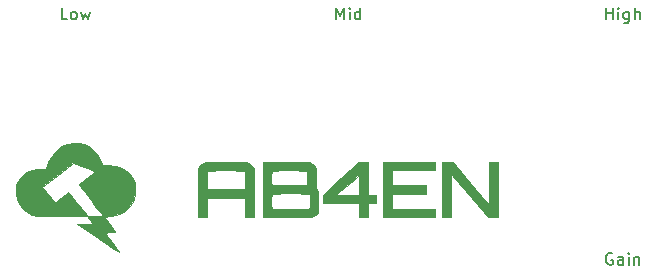
<source format=gbr>
G04 #@! TF.GenerationSoftware,KiCad,Pcbnew,(5.1.6-0-10_14)*
G04 #@! TF.CreationDate,2020-06-02T19:47:16-04:00*
G04 #@! TF.ProjectId,RX EQ Shield - Faceplate,52582045-5120-4536-9869-656c64202d20,rev?*
G04 #@! TF.SameCoordinates,Original*
G04 #@! TF.FileFunction,Legend,Top*
G04 #@! TF.FilePolarity,Positive*
%FSLAX46Y46*%
G04 Gerber Fmt 4.6, Leading zero omitted, Abs format (unit mm)*
G04 Created by KiCad (PCBNEW (5.1.6-0-10_14)) date 2020-06-02 19:47:16*
%MOMM*%
%LPD*%
G01*
G04 APERTURE LIST*
%ADD10C,0.010000*%
%ADD11C,0.150000*%
G04 APERTURE END LIST*
D10*
G36*
X146901360Y-146754405D02*
G01*
X148452111Y-148601255D01*
X148459369Y-146754405D01*
X148466628Y-144907556D01*
X149200000Y-144907556D01*
X149200000Y-149620667D01*
X148769611Y-149620657D01*
X148339222Y-149620646D01*
X146787000Y-147771745D01*
X145234777Y-145922844D01*
X145227519Y-147771755D01*
X145220260Y-149620667D01*
X144486888Y-149620667D01*
X144486888Y-144907556D01*
X145350609Y-144907556D01*
X146901360Y-146754405D01*
G37*
X146901360Y-146754405D02*
X148452111Y-148601255D01*
X148459369Y-146754405D01*
X148466628Y-144907556D01*
X149200000Y-144907556D01*
X149200000Y-149620667D01*
X148769611Y-149620657D01*
X148339222Y-149620646D01*
X146787000Y-147771745D01*
X145234777Y-145922844D01*
X145227519Y-147771755D01*
X145220260Y-149620667D01*
X144486888Y-149620667D01*
X144486888Y-144907556D01*
X145350609Y-144907556D01*
X146901360Y-146754405D01*
G36*
X143823666Y-145627222D02*
G01*
X142024500Y-145634487D01*
X140225333Y-145641751D01*
X140225333Y-146911333D01*
X143132222Y-146911333D01*
X143132222Y-147616889D01*
X140225333Y-147616889D01*
X140225333Y-148886471D01*
X142024500Y-148893735D01*
X143823666Y-148901000D01*
X143831565Y-149260833D01*
X143839464Y-149620667D01*
X139491555Y-149620667D01*
X139491555Y-144907556D01*
X143839464Y-144907556D01*
X143823666Y-145627222D01*
G37*
X143823666Y-145627222D02*
X142024500Y-145634487D01*
X140225333Y-145641751D01*
X140225333Y-146911333D01*
X143132222Y-146911333D01*
X143132222Y-147616889D01*
X140225333Y-147616889D01*
X140225333Y-148886471D01*
X142024500Y-148893735D01*
X143823666Y-148901000D01*
X143831565Y-149260833D01*
X143839464Y-149620667D01*
X139491555Y-149620667D01*
X139491555Y-144907556D01*
X143839464Y-144907556D01*
X143823666Y-145627222D01*
G36*
X138221555Y-147701556D02*
G01*
X138898888Y-147701556D01*
X138898888Y-148435333D01*
X138221555Y-148435333D01*
X138221555Y-149620667D01*
X137459555Y-149620667D01*
X137459555Y-148435333D01*
X134355111Y-148435333D01*
X134355111Y-147709109D01*
X134375527Y-147690695D01*
X135458129Y-147690695D01*
X135482521Y-147693196D01*
X135557128Y-147695493D01*
X135675722Y-147697519D01*
X135832076Y-147699206D01*
X136019959Y-147700487D01*
X136233144Y-147701292D01*
X136452962Y-147701556D01*
X137459555Y-147701556D01*
X137459555Y-146066528D01*
X136464722Y-146873182D01*
X136260080Y-147039142D01*
X136069115Y-147194066D01*
X135896252Y-147334358D01*
X135745920Y-147456423D01*
X135622544Y-147556666D01*
X135530550Y-147631492D01*
X135474366Y-147677306D01*
X135458129Y-147690695D01*
X134375527Y-147690695D01*
X135908247Y-146308332D01*
X137461383Y-144907556D01*
X138221555Y-144907556D01*
X138221555Y-147701556D01*
G37*
X138221555Y-147701556D02*
X138898888Y-147701556D01*
X138898888Y-148435333D01*
X138221555Y-148435333D01*
X138221555Y-149620667D01*
X137459555Y-149620667D01*
X137459555Y-148435333D01*
X134355111Y-148435333D01*
X134355111Y-147709109D01*
X134375527Y-147690695D01*
X135458129Y-147690695D01*
X135482521Y-147693196D01*
X135557128Y-147695493D01*
X135675722Y-147697519D01*
X135832076Y-147699206D01*
X136019959Y-147700487D01*
X136233144Y-147701292D01*
X136452962Y-147701556D01*
X137459555Y-147701556D01*
X137459555Y-146066528D01*
X136464722Y-146873182D01*
X136260080Y-147039142D01*
X136069115Y-147194066D01*
X135896252Y-147334358D01*
X135745920Y-147456423D01*
X135622544Y-147556666D01*
X135530550Y-147631492D01*
X135474366Y-147677306D01*
X135458129Y-147690695D01*
X134375527Y-147690695D01*
X135908247Y-146308332D01*
X137461383Y-144907556D01*
X138221555Y-144907556D01*
X138221555Y-147701556D01*
G36*
X133333472Y-144993860D02*
G01*
X133487286Y-145087215D01*
X133604002Y-145200549D01*
X133698888Y-145349790D01*
X133724214Y-145401444D01*
X133744939Y-145448159D01*
X133760800Y-145493604D01*
X133772449Y-145545878D01*
X133780541Y-145613085D01*
X133785726Y-145703326D01*
X133788659Y-145824702D01*
X133789991Y-145985315D01*
X133790377Y-146193266D01*
X133790390Y-146222733D01*
X133789152Y-146452847D01*
X133785389Y-146650079D01*
X133779328Y-146808690D01*
X133771194Y-146922937D01*
X133761216Y-146987083D01*
X133760116Y-146990547D01*
X133745402Y-147049155D01*
X133754793Y-147097906D01*
X133794507Y-147158687D01*
X133815441Y-147185258D01*
X133864818Y-147250391D01*
X133903823Y-147313749D01*
X133933666Y-147382870D01*
X133955552Y-147465290D01*
X133970688Y-147568549D01*
X133980282Y-147700183D01*
X133985541Y-147867729D01*
X133987672Y-148078726D01*
X133987946Y-148262493D01*
X133987668Y-148484059D01*
X133986626Y-148656943D01*
X133984226Y-148788907D01*
X133979874Y-148887714D01*
X133972976Y-148961125D01*
X133962937Y-149016902D01*
X133949163Y-149062808D01*
X133931059Y-149106605D01*
X133921770Y-149126778D01*
X133830326Y-149289253D01*
X133721431Y-149411253D01*
X133579816Y-149508708D01*
X133531028Y-149534362D01*
X133358317Y-149620667D01*
X129275111Y-149620667D01*
X129275111Y-148175733D01*
X130007002Y-148175733D01*
X130007308Y-148340176D01*
X130010100Y-148498082D01*
X130015378Y-148638963D01*
X130023142Y-148752331D01*
X130033392Y-148827698D01*
X130042755Y-148853022D01*
X130078093Y-148860734D01*
X130163580Y-148867536D01*
X130292928Y-148873428D01*
X130459851Y-148878411D01*
X130658059Y-148882483D01*
X130881267Y-148885646D01*
X131123185Y-148887898D01*
X131377526Y-148889241D01*
X131638002Y-148889674D01*
X131898326Y-148889197D01*
X132152210Y-148887810D01*
X132393366Y-148885513D01*
X132615507Y-148882307D01*
X132812344Y-148878190D01*
X132977591Y-148873164D01*
X133104958Y-148867228D01*
X133188160Y-148860381D01*
X133220577Y-148853022D01*
X133232699Y-148813210D01*
X133242336Y-148727497D01*
X133249487Y-148606369D01*
X133254151Y-148460315D01*
X133256331Y-148299822D01*
X133256024Y-148135379D01*
X133253232Y-147977473D01*
X133247954Y-147836592D01*
X133240190Y-147723224D01*
X133229941Y-147647857D01*
X133220577Y-147622533D01*
X133185240Y-147614821D01*
X133099753Y-147608019D01*
X132970404Y-147602127D01*
X132803482Y-147597145D01*
X132605273Y-147593072D01*
X132382066Y-147589910D01*
X132140148Y-147587657D01*
X131885806Y-147586314D01*
X131625330Y-147585881D01*
X131365006Y-147586358D01*
X131111122Y-147587745D01*
X130869966Y-147590042D01*
X130647825Y-147593249D01*
X130450988Y-147597365D01*
X130285742Y-147602392D01*
X130158374Y-147608328D01*
X130075173Y-147615174D01*
X130042755Y-147622533D01*
X130030633Y-147662345D01*
X130020996Y-147748059D01*
X130013846Y-147869187D01*
X130009181Y-148015241D01*
X130007002Y-148175733D01*
X129275111Y-148175733D01*
X129275111Y-146252353D01*
X130008888Y-146252353D01*
X130009332Y-146442034D01*
X130011108Y-146582993D01*
X130014882Y-146682949D01*
X130021320Y-146749621D01*
X130031090Y-146790728D01*
X130044857Y-146813988D01*
X130058277Y-146824406D01*
X130097435Y-146831020D01*
X130186417Y-146836833D01*
X130318607Y-146841842D01*
X130487391Y-146846045D01*
X130686152Y-146849438D01*
X130908277Y-146852019D01*
X131147149Y-146853785D01*
X131396153Y-146854733D01*
X131648675Y-146854861D01*
X131898100Y-146854164D01*
X132137811Y-146852641D01*
X132361194Y-146850289D01*
X132561633Y-146847104D01*
X132732515Y-146843085D01*
X132867222Y-146838227D01*
X132959140Y-146832529D01*
X133001655Y-146825987D01*
X133002299Y-146825674D01*
X133021214Y-146812219D01*
X133035184Y-146789808D01*
X133044952Y-146750631D01*
X133051262Y-146686882D01*
X133054858Y-146590749D01*
X133056485Y-146454427D01*
X133056887Y-146270105D01*
X133056888Y-146252763D01*
X133055567Y-146039746D01*
X133051450Y-145879187D01*
X133044307Y-145767159D01*
X133033907Y-145699733D01*
X133023022Y-145675200D01*
X132987448Y-145667246D01*
X132901940Y-145660265D01*
X132773003Y-145654257D01*
X132607138Y-145649220D01*
X132410849Y-145645157D01*
X132190638Y-145642066D01*
X131953008Y-145639947D01*
X131704463Y-145638801D01*
X131451504Y-145638627D01*
X131200636Y-145639426D01*
X130958361Y-145641197D01*
X130731181Y-145643941D01*
X130525600Y-145647657D01*
X130348121Y-145652346D01*
X130205246Y-145658007D01*
X130103478Y-145664641D01*
X130049321Y-145672247D01*
X130042755Y-145675200D01*
X130029563Y-145709611D01*
X130019816Y-145785480D01*
X130013283Y-145906734D01*
X130009734Y-146077299D01*
X130008888Y-146252353D01*
X129275111Y-146252353D01*
X129275111Y-144907556D01*
X133160762Y-144907556D01*
X133333472Y-144993860D01*
G37*
X133333472Y-144993860D02*
X133487286Y-145087215D01*
X133604002Y-145200549D01*
X133698888Y-145349790D01*
X133724214Y-145401444D01*
X133744939Y-145448159D01*
X133760800Y-145493604D01*
X133772449Y-145545878D01*
X133780541Y-145613085D01*
X133785726Y-145703326D01*
X133788659Y-145824702D01*
X133789991Y-145985315D01*
X133790377Y-146193266D01*
X133790390Y-146222733D01*
X133789152Y-146452847D01*
X133785389Y-146650079D01*
X133779328Y-146808690D01*
X133771194Y-146922937D01*
X133761216Y-146987083D01*
X133760116Y-146990547D01*
X133745402Y-147049155D01*
X133754793Y-147097906D01*
X133794507Y-147158687D01*
X133815441Y-147185258D01*
X133864818Y-147250391D01*
X133903823Y-147313749D01*
X133933666Y-147382870D01*
X133955552Y-147465290D01*
X133970688Y-147568549D01*
X133980282Y-147700183D01*
X133985541Y-147867729D01*
X133987672Y-148078726D01*
X133987946Y-148262493D01*
X133987668Y-148484059D01*
X133986626Y-148656943D01*
X133984226Y-148788907D01*
X133979874Y-148887714D01*
X133972976Y-148961125D01*
X133962937Y-149016902D01*
X133949163Y-149062808D01*
X133931059Y-149106605D01*
X133921770Y-149126778D01*
X133830326Y-149289253D01*
X133721431Y-149411253D01*
X133579816Y-149508708D01*
X133531028Y-149534362D01*
X133358317Y-149620667D01*
X129275111Y-149620667D01*
X129275111Y-148175733D01*
X130007002Y-148175733D01*
X130007308Y-148340176D01*
X130010100Y-148498082D01*
X130015378Y-148638963D01*
X130023142Y-148752331D01*
X130033392Y-148827698D01*
X130042755Y-148853022D01*
X130078093Y-148860734D01*
X130163580Y-148867536D01*
X130292928Y-148873428D01*
X130459851Y-148878411D01*
X130658059Y-148882483D01*
X130881267Y-148885646D01*
X131123185Y-148887898D01*
X131377526Y-148889241D01*
X131638002Y-148889674D01*
X131898326Y-148889197D01*
X132152210Y-148887810D01*
X132393366Y-148885513D01*
X132615507Y-148882307D01*
X132812344Y-148878190D01*
X132977591Y-148873164D01*
X133104958Y-148867228D01*
X133188160Y-148860381D01*
X133220577Y-148853022D01*
X133232699Y-148813210D01*
X133242336Y-148727497D01*
X133249487Y-148606369D01*
X133254151Y-148460315D01*
X133256331Y-148299822D01*
X133256024Y-148135379D01*
X133253232Y-147977473D01*
X133247954Y-147836592D01*
X133240190Y-147723224D01*
X133229941Y-147647857D01*
X133220577Y-147622533D01*
X133185240Y-147614821D01*
X133099753Y-147608019D01*
X132970404Y-147602127D01*
X132803482Y-147597145D01*
X132605273Y-147593072D01*
X132382066Y-147589910D01*
X132140148Y-147587657D01*
X131885806Y-147586314D01*
X131625330Y-147585881D01*
X131365006Y-147586358D01*
X131111122Y-147587745D01*
X130869966Y-147590042D01*
X130647825Y-147593249D01*
X130450988Y-147597365D01*
X130285742Y-147602392D01*
X130158374Y-147608328D01*
X130075173Y-147615174D01*
X130042755Y-147622533D01*
X130030633Y-147662345D01*
X130020996Y-147748059D01*
X130013846Y-147869187D01*
X130009181Y-148015241D01*
X130007002Y-148175733D01*
X129275111Y-148175733D01*
X129275111Y-146252353D01*
X130008888Y-146252353D01*
X130009332Y-146442034D01*
X130011108Y-146582993D01*
X130014882Y-146682949D01*
X130021320Y-146749621D01*
X130031090Y-146790728D01*
X130044857Y-146813988D01*
X130058277Y-146824406D01*
X130097435Y-146831020D01*
X130186417Y-146836833D01*
X130318607Y-146841842D01*
X130487391Y-146846045D01*
X130686152Y-146849438D01*
X130908277Y-146852019D01*
X131147149Y-146853785D01*
X131396153Y-146854733D01*
X131648675Y-146854861D01*
X131898100Y-146854164D01*
X132137811Y-146852641D01*
X132361194Y-146850289D01*
X132561633Y-146847104D01*
X132732515Y-146843085D01*
X132867222Y-146838227D01*
X132959140Y-146832529D01*
X133001655Y-146825987D01*
X133002299Y-146825674D01*
X133021214Y-146812219D01*
X133035184Y-146789808D01*
X133044952Y-146750631D01*
X133051262Y-146686882D01*
X133054858Y-146590749D01*
X133056485Y-146454427D01*
X133056887Y-146270105D01*
X133056888Y-146252763D01*
X133055567Y-146039746D01*
X133051450Y-145879187D01*
X133044307Y-145767159D01*
X133033907Y-145699733D01*
X133023022Y-145675200D01*
X132987448Y-145667246D01*
X132901940Y-145660265D01*
X132773003Y-145654257D01*
X132607138Y-145649220D01*
X132410849Y-145645157D01*
X132190638Y-145642066D01*
X131953008Y-145639947D01*
X131704463Y-145638801D01*
X131451504Y-145638627D01*
X131200636Y-145639426D01*
X130958361Y-145641197D01*
X130731181Y-145643941D01*
X130525600Y-145647657D01*
X130348121Y-145652346D01*
X130205246Y-145658007D01*
X130103478Y-145664641D01*
X130049321Y-145672247D01*
X130042755Y-145675200D01*
X130029563Y-145709611D01*
X130019816Y-145785480D01*
X130013283Y-145906734D01*
X130009734Y-146077299D01*
X130008888Y-146252353D01*
X129275111Y-146252353D01*
X129275111Y-144907556D01*
X133160762Y-144907556D01*
X133333472Y-144993860D01*
G36*
X128022105Y-144975155D02*
G01*
X128200947Y-145087577D01*
X128352334Y-145240567D01*
X128435308Y-145366916D01*
X128499000Y-145486111D01*
X128514524Y-149620667D01*
X127779333Y-149620667D01*
X127779333Y-147983778D01*
X124533777Y-147983778D01*
X124533777Y-149620667D01*
X123800000Y-149620667D01*
X123800000Y-146479533D01*
X124533777Y-146479533D01*
X124533777Y-147250000D01*
X127779333Y-147250000D01*
X127779333Y-146479533D01*
X127778550Y-146228326D01*
X127776089Y-146029461D01*
X127771776Y-145878856D01*
X127765439Y-145772428D01*
X127756908Y-145706096D01*
X127746010Y-145675778D01*
X127745466Y-145675200D01*
X127710129Y-145667488D01*
X127624642Y-145660686D01*
X127495293Y-145654794D01*
X127328371Y-145649811D01*
X127130162Y-145645739D01*
X126906955Y-145642576D01*
X126665036Y-145640324D01*
X126410695Y-145638981D01*
X126150219Y-145638548D01*
X125889895Y-145639025D01*
X125636011Y-145640412D01*
X125394855Y-145642709D01*
X125172714Y-145645915D01*
X124975877Y-145650032D01*
X124810630Y-145655058D01*
X124683263Y-145660995D01*
X124600062Y-145667841D01*
X124567644Y-145675200D01*
X124556636Y-145704007D01*
X124548003Y-145768646D01*
X124541573Y-145873198D01*
X124537173Y-146021746D01*
X124534632Y-146218371D01*
X124533779Y-146467157D01*
X124533777Y-146479533D01*
X123800000Y-146479533D01*
X123800000Y-145537460D01*
X123886304Y-145364750D01*
X123979659Y-145210935D01*
X124092993Y-145094220D01*
X124242234Y-144999334D01*
X124293888Y-144974008D01*
X124435000Y-144908107D01*
X127878111Y-144908107D01*
X128022105Y-144975155D01*
G37*
X128022105Y-144975155D02*
X128200947Y-145087577D01*
X128352334Y-145240567D01*
X128435308Y-145366916D01*
X128499000Y-145486111D01*
X128514524Y-149620667D01*
X127779333Y-149620667D01*
X127779333Y-147983778D01*
X124533777Y-147983778D01*
X124533777Y-149620667D01*
X123800000Y-149620667D01*
X123800000Y-146479533D01*
X124533777Y-146479533D01*
X124533777Y-147250000D01*
X127779333Y-147250000D01*
X127779333Y-146479533D01*
X127778550Y-146228326D01*
X127776089Y-146029461D01*
X127771776Y-145878856D01*
X127765439Y-145772428D01*
X127756908Y-145706096D01*
X127746010Y-145675778D01*
X127745466Y-145675200D01*
X127710129Y-145667488D01*
X127624642Y-145660686D01*
X127495293Y-145654794D01*
X127328371Y-145649811D01*
X127130162Y-145645739D01*
X126906955Y-145642576D01*
X126665036Y-145640324D01*
X126410695Y-145638981D01*
X126150219Y-145638548D01*
X125889895Y-145639025D01*
X125636011Y-145640412D01*
X125394855Y-145642709D01*
X125172714Y-145645915D01*
X124975877Y-145650032D01*
X124810630Y-145655058D01*
X124683263Y-145660995D01*
X124600062Y-145667841D01*
X124567644Y-145675200D01*
X124556636Y-145704007D01*
X124548003Y-145768646D01*
X124541573Y-145873198D01*
X124537173Y-146021746D01*
X124534632Y-146218371D01*
X124533779Y-146467157D01*
X124533777Y-146479533D01*
X123800000Y-146479533D01*
X123800000Y-145537460D01*
X123886304Y-145364750D01*
X123979659Y-145210935D01*
X124092993Y-145094220D01*
X124242234Y-144999334D01*
X124293888Y-144974008D01*
X124435000Y-144908107D01*
X127878111Y-144908107D01*
X128022105Y-144975155D01*
G36*
X113752298Y-143326258D02*
G01*
X114083687Y-143382286D01*
X114262720Y-143437229D01*
X114673325Y-143681609D01*
X115065310Y-144039859D01*
X115387328Y-144459710D01*
X115528218Y-144725476D01*
X115728333Y-145187777D01*
X116194000Y-145189694D01*
X116825409Y-145258976D01*
X117388288Y-145452902D01*
X117858635Y-145758715D01*
X118212451Y-146163658D01*
X118294001Y-146305916D01*
X118432153Y-146706937D01*
X118498230Y-147185057D01*
X118489066Y-147669536D01*
X118401495Y-148089635D01*
X118376721Y-148154000D01*
X118072386Y-148667510D01*
X117648022Y-149070759D01*
X117122002Y-149351050D01*
X116512699Y-149495686D01*
X116422731Y-149504313D01*
X115834717Y-149551000D01*
X116310692Y-150158653D01*
X116520043Y-150430443D01*
X116682456Y-150649903D01*
X116774432Y-150784854D01*
X116786666Y-150810395D01*
X116710537Y-150840286D01*
X116516056Y-150868100D01*
X116367047Y-150880076D01*
X115947428Y-150905667D01*
X116543716Y-151695609D01*
X116774536Y-152006555D01*
X116958739Y-152264629D01*
X117077279Y-152442435D01*
X117111502Y-152512312D01*
X117036134Y-152475026D01*
X116838977Y-152356125D01*
X116539225Y-152167785D01*
X116156075Y-151922182D01*
X115708721Y-151631492D01*
X115305000Y-151366410D01*
X113527000Y-150193746D01*
X114227415Y-150168707D01*
X114927831Y-150143667D01*
X114403671Y-149508667D01*
X112187335Y-149506807D01*
X111509396Y-149505383D01*
X110978127Y-149501369D01*
X110570869Y-149493245D01*
X110264965Y-149479491D01*
X110037754Y-149458584D01*
X109866578Y-149429005D01*
X109728777Y-149389233D01*
X109601692Y-149337746D01*
X109590000Y-149332483D01*
X109076408Y-149016403D01*
X108694899Y-148601144D01*
X108453319Y-148102590D01*
X108359519Y-147536625D01*
X108403731Y-147063566D01*
X110601758Y-147063566D01*
X110752045Y-147252732D01*
X110997982Y-147555262D01*
X111240992Y-147842244D01*
X111455673Y-148084998D01*
X111616623Y-148254841D01*
X111698437Y-148323095D01*
X111700281Y-148323334D01*
X111785443Y-148272883D01*
X111964425Y-148139209D01*
X112202084Y-147948824D01*
X112258528Y-147902150D01*
X112503272Y-147702757D01*
X112695643Y-147553743D01*
X112801054Y-147481699D01*
X112809175Y-147478817D01*
X112873821Y-147541248D01*
X113022868Y-147714781D01*
X113237315Y-147976420D01*
X113498158Y-148303172D01*
X113646985Y-148492667D01*
X114440620Y-149508667D01*
X115118765Y-149508667D01*
X115451910Y-149506201D01*
X115643124Y-149493901D01*
X115719792Y-149464409D01*
X115709298Y-149410370D01*
X115670337Y-149360500D01*
X115504335Y-149159055D01*
X115281268Y-148878433D01*
X115020458Y-148544065D01*
X114741230Y-148181383D01*
X114462906Y-147815817D01*
X114204811Y-147472798D01*
X113986267Y-147177758D01*
X113826600Y-146956127D01*
X113745131Y-146833337D01*
X113738666Y-146818304D01*
X113802718Y-146741109D01*
X113975234Y-146590437D01*
X114226753Y-146391048D01*
X114416000Y-146249000D01*
X114702246Y-146033769D01*
X114928633Y-145854656D01*
X115065847Y-145735369D01*
X115093333Y-145701200D01*
X115017970Y-145656778D01*
X114813127Y-145573201D01*
X114510671Y-145462702D01*
X114166626Y-145345478D01*
X113239920Y-145039319D01*
X111920839Y-146051442D01*
X110601758Y-147063566D01*
X108403731Y-147063566D01*
X108414106Y-146952560D01*
X108500540Y-146653111D01*
X108640334Y-146407973D01*
X108874953Y-146146757D01*
X108907802Y-146114535D01*
X109293231Y-145809737D01*
X109720066Y-145623013D01*
X110232227Y-145538384D01*
X110516492Y-145529334D01*
X110808956Y-145509221D01*
X110937829Y-145448732D01*
X110944733Y-145423500D01*
X110991347Y-145234222D01*
X111113605Y-144956516D01*
X111285380Y-144637294D01*
X111480544Y-144323464D01*
X111672968Y-144061937D01*
X111752833Y-143972660D01*
X112218368Y-143601199D01*
X112745010Y-143381201D01*
X113352964Y-143304456D01*
X113398024Y-143304234D01*
X113752298Y-143326258D01*
G37*
X113752298Y-143326258D02*
X114083687Y-143382286D01*
X114262720Y-143437229D01*
X114673325Y-143681609D01*
X115065310Y-144039859D01*
X115387328Y-144459710D01*
X115528218Y-144725476D01*
X115728333Y-145187777D01*
X116194000Y-145189694D01*
X116825409Y-145258976D01*
X117388288Y-145452902D01*
X117858635Y-145758715D01*
X118212451Y-146163658D01*
X118294001Y-146305916D01*
X118432153Y-146706937D01*
X118498230Y-147185057D01*
X118489066Y-147669536D01*
X118401495Y-148089635D01*
X118376721Y-148154000D01*
X118072386Y-148667510D01*
X117648022Y-149070759D01*
X117122002Y-149351050D01*
X116512699Y-149495686D01*
X116422731Y-149504313D01*
X115834717Y-149551000D01*
X116310692Y-150158653D01*
X116520043Y-150430443D01*
X116682456Y-150649903D01*
X116774432Y-150784854D01*
X116786666Y-150810395D01*
X116710537Y-150840286D01*
X116516056Y-150868100D01*
X116367047Y-150880076D01*
X115947428Y-150905667D01*
X116543716Y-151695609D01*
X116774536Y-152006555D01*
X116958739Y-152264629D01*
X117077279Y-152442435D01*
X117111502Y-152512312D01*
X117036134Y-152475026D01*
X116838977Y-152356125D01*
X116539225Y-152167785D01*
X116156075Y-151922182D01*
X115708721Y-151631492D01*
X115305000Y-151366410D01*
X113527000Y-150193746D01*
X114227415Y-150168707D01*
X114927831Y-150143667D01*
X114403671Y-149508667D01*
X112187335Y-149506807D01*
X111509396Y-149505383D01*
X110978127Y-149501369D01*
X110570869Y-149493245D01*
X110264965Y-149479491D01*
X110037754Y-149458584D01*
X109866578Y-149429005D01*
X109728777Y-149389233D01*
X109601692Y-149337746D01*
X109590000Y-149332483D01*
X109076408Y-149016403D01*
X108694899Y-148601144D01*
X108453319Y-148102590D01*
X108359519Y-147536625D01*
X108403731Y-147063566D01*
X110601758Y-147063566D01*
X110752045Y-147252732D01*
X110997982Y-147555262D01*
X111240992Y-147842244D01*
X111455673Y-148084998D01*
X111616623Y-148254841D01*
X111698437Y-148323095D01*
X111700281Y-148323334D01*
X111785443Y-148272883D01*
X111964425Y-148139209D01*
X112202084Y-147948824D01*
X112258528Y-147902150D01*
X112503272Y-147702757D01*
X112695643Y-147553743D01*
X112801054Y-147481699D01*
X112809175Y-147478817D01*
X112873821Y-147541248D01*
X113022868Y-147714781D01*
X113237315Y-147976420D01*
X113498158Y-148303172D01*
X113646985Y-148492667D01*
X114440620Y-149508667D01*
X115118765Y-149508667D01*
X115451910Y-149506201D01*
X115643124Y-149493901D01*
X115719792Y-149464409D01*
X115709298Y-149410370D01*
X115670337Y-149360500D01*
X115504335Y-149159055D01*
X115281268Y-148878433D01*
X115020458Y-148544065D01*
X114741230Y-148181383D01*
X114462906Y-147815817D01*
X114204811Y-147472798D01*
X113986267Y-147177758D01*
X113826600Y-146956127D01*
X113745131Y-146833337D01*
X113738666Y-146818304D01*
X113802718Y-146741109D01*
X113975234Y-146590437D01*
X114226753Y-146391048D01*
X114416000Y-146249000D01*
X114702246Y-146033769D01*
X114928633Y-145854656D01*
X115065847Y-145735369D01*
X115093333Y-145701200D01*
X115017970Y-145656778D01*
X114813127Y-145573201D01*
X114510671Y-145462702D01*
X114166626Y-145345478D01*
X113239920Y-145039319D01*
X111920839Y-146051442D01*
X110601758Y-147063566D01*
X108403731Y-147063566D01*
X108414106Y-146952560D01*
X108500540Y-146653111D01*
X108640334Y-146407973D01*
X108874953Y-146146757D01*
X108907802Y-146114535D01*
X109293231Y-145809737D01*
X109720066Y-145623013D01*
X110232227Y-145538384D01*
X110516492Y-145529334D01*
X110808956Y-145509221D01*
X110937829Y-145448732D01*
X110944733Y-145423500D01*
X110991347Y-145234222D01*
X111113605Y-144956516D01*
X111285380Y-144637294D01*
X111480544Y-144323464D01*
X111672968Y-144061937D01*
X111752833Y-143972660D01*
X112218368Y-143601199D01*
X112745010Y-143381201D01*
X113352964Y-143304456D01*
X113398024Y-143304234D01*
X113752298Y-143326258D01*
D11*
X112744333Y-132852380D02*
X112268142Y-132852380D01*
X112268142Y-131852380D01*
X113220523Y-132852380D02*
X113125285Y-132804761D01*
X113077666Y-132757142D01*
X113030047Y-132661904D01*
X113030047Y-132376190D01*
X113077666Y-132280952D01*
X113125285Y-132233333D01*
X113220523Y-132185714D01*
X113363380Y-132185714D01*
X113458619Y-132233333D01*
X113506238Y-132280952D01*
X113553857Y-132376190D01*
X113553857Y-132661904D01*
X113506238Y-132757142D01*
X113458619Y-132804761D01*
X113363380Y-132852380D01*
X113220523Y-132852380D01*
X113887190Y-132185714D02*
X114077666Y-132852380D01*
X114268142Y-132376190D01*
X114458619Y-132852380D01*
X114649095Y-132185714D01*
X158885047Y-152662000D02*
X158789809Y-152614380D01*
X158646952Y-152614380D01*
X158504095Y-152662000D01*
X158408857Y-152757238D01*
X158361238Y-152852476D01*
X158313619Y-153042952D01*
X158313619Y-153185809D01*
X158361238Y-153376285D01*
X158408857Y-153471523D01*
X158504095Y-153566761D01*
X158646952Y-153614380D01*
X158742190Y-153614380D01*
X158885047Y-153566761D01*
X158932666Y-153519142D01*
X158932666Y-153185809D01*
X158742190Y-153185809D01*
X159789809Y-153614380D02*
X159789809Y-153090571D01*
X159742190Y-152995333D01*
X159646952Y-152947714D01*
X159456476Y-152947714D01*
X159361238Y-152995333D01*
X159789809Y-153566761D02*
X159694571Y-153614380D01*
X159456476Y-153614380D01*
X159361238Y-153566761D01*
X159313619Y-153471523D01*
X159313619Y-153376285D01*
X159361238Y-153281047D01*
X159456476Y-153233428D01*
X159694571Y-153233428D01*
X159789809Y-153185809D01*
X160266000Y-153614380D02*
X160266000Y-152947714D01*
X160266000Y-152614380D02*
X160218380Y-152662000D01*
X160266000Y-152709619D01*
X160313619Y-152662000D01*
X160266000Y-152614380D01*
X160266000Y-152709619D01*
X160742190Y-152947714D02*
X160742190Y-153614380D01*
X160742190Y-153042952D02*
X160789809Y-152995333D01*
X160885047Y-152947714D01*
X161027904Y-152947714D01*
X161123142Y-152995333D01*
X161170761Y-153090571D01*
X161170761Y-153614380D01*
X158337428Y-132852380D02*
X158337428Y-131852380D01*
X158337428Y-132328571D02*
X158908857Y-132328571D01*
X158908857Y-132852380D02*
X158908857Y-131852380D01*
X159385047Y-132852380D02*
X159385047Y-132185714D01*
X159385047Y-131852380D02*
X159337428Y-131900000D01*
X159385047Y-131947619D01*
X159432666Y-131900000D01*
X159385047Y-131852380D01*
X159385047Y-131947619D01*
X160289809Y-132185714D02*
X160289809Y-132995238D01*
X160242190Y-133090476D01*
X160194571Y-133138095D01*
X160099333Y-133185714D01*
X159956476Y-133185714D01*
X159861238Y-133138095D01*
X160289809Y-132804761D02*
X160194571Y-132852380D01*
X160004095Y-132852380D01*
X159908857Y-132804761D01*
X159861238Y-132757142D01*
X159813619Y-132661904D01*
X159813619Y-132376190D01*
X159861238Y-132280952D01*
X159908857Y-132233333D01*
X160004095Y-132185714D01*
X160194571Y-132185714D01*
X160289809Y-132233333D01*
X160766000Y-132852380D02*
X160766000Y-131852380D01*
X161194571Y-132852380D02*
X161194571Y-132328571D01*
X161146952Y-132233333D01*
X161051714Y-132185714D01*
X160908857Y-132185714D01*
X160813619Y-132233333D01*
X160766000Y-132280952D01*
X135501190Y-132852380D02*
X135501190Y-131852380D01*
X135834523Y-132566666D01*
X136167857Y-131852380D01*
X136167857Y-132852380D01*
X136644047Y-132852380D02*
X136644047Y-132185714D01*
X136644047Y-131852380D02*
X136596428Y-131900000D01*
X136644047Y-131947619D01*
X136691666Y-131900000D01*
X136644047Y-131852380D01*
X136644047Y-131947619D01*
X137548809Y-132852380D02*
X137548809Y-131852380D01*
X137548809Y-132804761D02*
X137453571Y-132852380D01*
X137263095Y-132852380D01*
X137167857Y-132804761D01*
X137120238Y-132757142D01*
X137072619Y-132661904D01*
X137072619Y-132376190D01*
X137120238Y-132280952D01*
X137167857Y-132233333D01*
X137263095Y-132185714D01*
X137453571Y-132185714D01*
X137548809Y-132233333D01*
M02*

</source>
